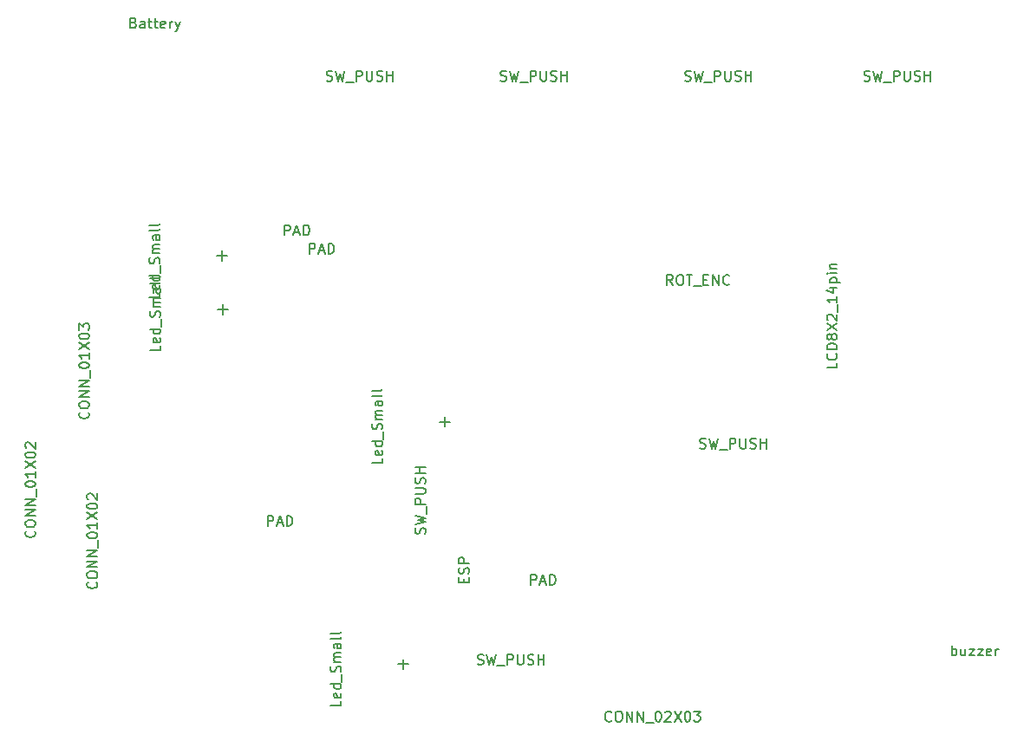
<source format=gbr>
G04 #@! TF.FileFunction,Other,Fab,Top*
%FSLAX46Y46*%
G04 Gerber Fmt 4.6, Leading zero omitted, Abs format (unit mm)*
G04 Created by KiCad (PCBNEW 4.0.4+dfsg1-stable) date Fri Mar  3 13:36:28 2017*
%MOMM*%
%LPD*%
G01*
G04 APERTURE LIST*
%ADD10C,0.100000*%
%ADD11C,0.150000*%
G04 APERTURE END LIST*
D10*
D11*
X21100000Y41200000D02*
X21100000Y42200000D01*
X20600000Y41700000D02*
X21600000Y41700000D01*
X21050000Y46400000D02*
X21050000Y47400000D01*
X20550000Y46900000D02*
X21550000Y46900000D01*
X42800000Y30200000D02*
X42800000Y31200000D01*
X42300000Y30700000D02*
X43300000Y30700000D01*
X38750000Y6500000D02*
X38750000Y7500000D01*
X38250000Y7000000D02*
X39250000Y7000000D01*
X40832762Y19746095D02*
X40880381Y19888952D01*
X40880381Y20127048D01*
X40832762Y20222286D01*
X40785143Y20269905D01*
X40689905Y20317524D01*
X40594667Y20317524D01*
X40499429Y20269905D01*
X40451810Y20222286D01*
X40404190Y20127048D01*
X40356571Y19936571D01*
X40308952Y19841333D01*
X40261333Y19793714D01*
X40166095Y19746095D01*
X40070857Y19746095D01*
X39975619Y19793714D01*
X39928000Y19841333D01*
X39880381Y19936571D01*
X39880381Y20174667D01*
X39928000Y20317524D01*
X39880381Y20650857D02*
X40880381Y20888952D01*
X40166095Y21079429D01*
X40880381Y21269905D01*
X39880381Y21508000D01*
X40975619Y21650857D02*
X40975619Y22412762D01*
X40880381Y22650857D02*
X39880381Y22650857D01*
X39880381Y23031810D01*
X39928000Y23127048D01*
X39975619Y23174667D01*
X40070857Y23222286D01*
X40213714Y23222286D01*
X40308952Y23174667D01*
X40356571Y23127048D01*
X40404190Y23031810D01*
X40404190Y22650857D01*
X39880381Y23650857D02*
X40689905Y23650857D01*
X40785143Y23698476D01*
X40832762Y23746095D01*
X40880381Y23841333D01*
X40880381Y24031810D01*
X40832762Y24127048D01*
X40785143Y24174667D01*
X40689905Y24222286D01*
X39880381Y24222286D01*
X40832762Y24650857D02*
X40880381Y24793714D01*
X40880381Y25031810D01*
X40832762Y25127048D01*
X40785143Y25174667D01*
X40689905Y25222286D01*
X40594667Y25222286D01*
X40499429Y25174667D01*
X40451810Y25127048D01*
X40404190Y25031810D01*
X40356571Y24841333D01*
X40308952Y24746095D01*
X40261333Y24698476D01*
X40166095Y24650857D01*
X40070857Y24650857D01*
X39975619Y24698476D01*
X39928000Y24746095D01*
X39880381Y24841333D01*
X39880381Y25079429D01*
X39928000Y25222286D01*
X40880381Y25650857D02*
X39880381Y25650857D01*
X40356571Y25650857D02*
X40356571Y26222286D01*
X40880381Y26222286D02*
X39880381Y26222286D01*
X12378571Y69671429D02*
X12521428Y69623810D01*
X12569047Y69576190D01*
X12616666Y69480952D01*
X12616666Y69338095D01*
X12569047Y69242857D01*
X12521428Y69195238D01*
X12426190Y69147619D01*
X12045237Y69147619D01*
X12045237Y70147619D01*
X12378571Y70147619D01*
X12473809Y70100000D01*
X12521428Y70052381D01*
X12569047Y69957143D01*
X12569047Y69861905D01*
X12521428Y69766667D01*
X12473809Y69719048D01*
X12378571Y69671429D01*
X12045237Y69671429D01*
X13473809Y69147619D02*
X13473809Y69671429D01*
X13426190Y69766667D01*
X13330952Y69814286D01*
X13140475Y69814286D01*
X13045237Y69766667D01*
X13473809Y69195238D02*
X13378571Y69147619D01*
X13140475Y69147619D01*
X13045237Y69195238D01*
X12997618Y69290476D01*
X12997618Y69385714D01*
X13045237Y69480952D01*
X13140475Y69528571D01*
X13378571Y69528571D01*
X13473809Y69576190D01*
X13807142Y69814286D02*
X14188094Y69814286D01*
X13949999Y70147619D02*
X13949999Y69290476D01*
X13997618Y69195238D01*
X14092856Y69147619D01*
X14188094Y69147619D01*
X14378571Y69814286D02*
X14759523Y69814286D01*
X14521428Y70147619D02*
X14521428Y69290476D01*
X14569047Y69195238D01*
X14664285Y69147619D01*
X14759523Y69147619D01*
X15473810Y69195238D02*
X15378572Y69147619D01*
X15188095Y69147619D01*
X15092857Y69195238D01*
X15045238Y69290476D01*
X15045238Y69671429D01*
X15092857Y69766667D01*
X15188095Y69814286D01*
X15378572Y69814286D01*
X15473810Y69766667D01*
X15521429Y69671429D01*
X15521429Y69576190D01*
X15045238Y69480952D01*
X15950000Y69147619D02*
X15950000Y69814286D01*
X15950000Y69623810D02*
X15997619Y69719048D01*
X16045238Y69766667D01*
X16140476Y69814286D01*
X16235715Y69814286D01*
X16473810Y69814286D02*
X16711905Y69147619D01*
X16950001Y69814286D02*
X16711905Y69147619D01*
X16616667Y68909524D01*
X16569048Y68861905D01*
X16473810Y68814286D01*
X14984381Y38140571D02*
X14984381Y37664380D01*
X13984381Y37664380D01*
X14936762Y38854857D02*
X14984381Y38759619D01*
X14984381Y38569142D01*
X14936762Y38473904D01*
X14841524Y38426285D01*
X14460571Y38426285D01*
X14365333Y38473904D01*
X14317714Y38569142D01*
X14317714Y38759619D01*
X14365333Y38854857D01*
X14460571Y38902476D01*
X14555810Y38902476D01*
X14651048Y38426285D01*
X14984381Y39759619D02*
X13984381Y39759619D01*
X14936762Y39759619D02*
X14984381Y39664381D01*
X14984381Y39473904D01*
X14936762Y39378666D01*
X14889143Y39331047D01*
X14793905Y39283428D01*
X14508190Y39283428D01*
X14412952Y39331047D01*
X14365333Y39378666D01*
X14317714Y39473904D01*
X14317714Y39664381D01*
X14365333Y39759619D01*
X15079619Y39997714D02*
X15079619Y40759619D01*
X14936762Y40950095D02*
X14984381Y41092952D01*
X14984381Y41331048D01*
X14936762Y41426286D01*
X14889143Y41473905D01*
X14793905Y41521524D01*
X14698667Y41521524D01*
X14603429Y41473905D01*
X14555810Y41426286D01*
X14508190Y41331048D01*
X14460571Y41140571D01*
X14412952Y41045333D01*
X14365333Y40997714D01*
X14270095Y40950095D01*
X14174857Y40950095D01*
X14079619Y40997714D01*
X14032000Y41045333D01*
X13984381Y41140571D01*
X13984381Y41378667D01*
X14032000Y41521524D01*
X14984381Y41950095D02*
X14317714Y41950095D01*
X14412952Y41950095D02*
X14365333Y41997714D01*
X14317714Y42092952D01*
X14317714Y42235810D01*
X14365333Y42331048D01*
X14460571Y42378667D01*
X14984381Y42378667D01*
X14460571Y42378667D02*
X14365333Y42426286D01*
X14317714Y42521524D01*
X14317714Y42664381D01*
X14365333Y42759619D01*
X14460571Y42807238D01*
X14984381Y42807238D01*
X14984381Y43712000D02*
X14460571Y43712000D01*
X14365333Y43664381D01*
X14317714Y43569143D01*
X14317714Y43378666D01*
X14365333Y43283428D01*
X14936762Y43712000D02*
X14984381Y43616762D01*
X14984381Y43378666D01*
X14936762Y43283428D01*
X14841524Y43235809D01*
X14746286Y43235809D01*
X14651048Y43283428D01*
X14603429Y43378666D01*
X14603429Y43616762D01*
X14555810Y43712000D01*
X14984381Y44331047D02*
X14936762Y44235809D01*
X14841524Y44188190D01*
X13984381Y44188190D01*
X14984381Y44854857D02*
X14936762Y44759619D01*
X14841524Y44712000D01*
X13984381Y44712000D01*
X14934381Y43340571D02*
X14934381Y42864380D01*
X13934381Y42864380D01*
X14886762Y44054857D02*
X14934381Y43959619D01*
X14934381Y43769142D01*
X14886762Y43673904D01*
X14791524Y43626285D01*
X14410571Y43626285D01*
X14315333Y43673904D01*
X14267714Y43769142D01*
X14267714Y43959619D01*
X14315333Y44054857D01*
X14410571Y44102476D01*
X14505810Y44102476D01*
X14601048Y43626285D01*
X14934381Y44959619D02*
X13934381Y44959619D01*
X14886762Y44959619D02*
X14934381Y44864381D01*
X14934381Y44673904D01*
X14886762Y44578666D01*
X14839143Y44531047D01*
X14743905Y44483428D01*
X14458190Y44483428D01*
X14362952Y44531047D01*
X14315333Y44578666D01*
X14267714Y44673904D01*
X14267714Y44864381D01*
X14315333Y44959619D01*
X15029619Y45197714D02*
X15029619Y45959619D01*
X14886762Y46150095D02*
X14934381Y46292952D01*
X14934381Y46531048D01*
X14886762Y46626286D01*
X14839143Y46673905D01*
X14743905Y46721524D01*
X14648667Y46721524D01*
X14553429Y46673905D01*
X14505810Y46626286D01*
X14458190Y46531048D01*
X14410571Y46340571D01*
X14362952Y46245333D01*
X14315333Y46197714D01*
X14220095Y46150095D01*
X14124857Y46150095D01*
X14029619Y46197714D01*
X13982000Y46245333D01*
X13934381Y46340571D01*
X13934381Y46578667D01*
X13982000Y46721524D01*
X14934381Y47150095D02*
X14267714Y47150095D01*
X14362952Y47150095D02*
X14315333Y47197714D01*
X14267714Y47292952D01*
X14267714Y47435810D01*
X14315333Y47531048D01*
X14410571Y47578667D01*
X14934381Y47578667D01*
X14410571Y47578667D02*
X14315333Y47626286D01*
X14267714Y47721524D01*
X14267714Y47864381D01*
X14315333Y47959619D01*
X14410571Y48007238D01*
X14934381Y48007238D01*
X14934381Y48912000D02*
X14410571Y48912000D01*
X14315333Y48864381D01*
X14267714Y48769143D01*
X14267714Y48578666D01*
X14315333Y48483428D01*
X14886762Y48912000D02*
X14934381Y48816762D01*
X14934381Y48578666D01*
X14886762Y48483428D01*
X14791524Y48435809D01*
X14696286Y48435809D01*
X14601048Y48483428D01*
X14553429Y48578666D01*
X14553429Y48816762D01*
X14505810Y48912000D01*
X14934381Y49531047D02*
X14886762Y49435809D01*
X14791524Y49388190D01*
X13934381Y49388190D01*
X14934381Y50054857D02*
X14886762Y49959619D01*
X14791524Y49912000D01*
X13934381Y49912000D01*
X36684381Y27140571D02*
X36684381Y26664380D01*
X35684381Y26664380D01*
X36636762Y27854857D02*
X36684381Y27759619D01*
X36684381Y27569142D01*
X36636762Y27473904D01*
X36541524Y27426285D01*
X36160571Y27426285D01*
X36065333Y27473904D01*
X36017714Y27569142D01*
X36017714Y27759619D01*
X36065333Y27854857D01*
X36160571Y27902476D01*
X36255810Y27902476D01*
X36351048Y27426285D01*
X36684381Y28759619D02*
X35684381Y28759619D01*
X36636762Y28759619D02*
X36684381Y28664381D01*
X36684381Y28473904D01*
X36636762Y28378666D01*
X36589143Y28331047D01*
X36493905Y28283428D01*
X36208190Y28283428D01*
X36112952Y28331047D01*
X36065333Y28378666D01*
X36017714Y28473904D01*
X36017714Y28664381D01*
X36065333Y28759619D01*
X36779619Y28997714D02*
X36779619Y29759619D01*
X36636762Y29950095D02*
X36684381Y30092952D01*
X36684381Y30331048D01*
X36636762Y30426286D01*
X36589143Y30473905D01*
X36493905Y30521524D01*
X36398667Y30521524D01*
X36303429Y30473905D01*
X36255810Y30426286D01*
X36208190Y30331048D01*
X36160571Y30140571D01*
X36112952Y30045333D01*
X36065333Y29997714D01*
X35970095Y29950095D01*
X35874857Y29950095D01*
X35779619Y29997714D01*
X35732000Y30045333D01*
X35684381Y30140571D01*
X35684381Y30378667D01*
X35732000Y30521524D01*
X36684381Y30950095D02*
X36017714Y30950095D01*
X36112952Y30950095D02*
X36065333Y30997714D01*
X36017714Y31092952D01*
X36017714Y31235810D01*
X36065333Y31331048D01*
X36160571Y31378667D01*
X36684381Y31378667D01*
X36160571Y31378667D02*
X36065333Y31426286D01*
X36017714Y31521524D01*
X36017714Y31664381D01*
X36065333Y31759619D01*
X36160571Y31807238D01*
X36684381Y31807238D01*
X36684381Y32712000D02*
X36160571Y32712000D01*
X36065333Y32664381D01*
X36017714Y32569143D01*
X36017714Y32378666D01*
X36065333Y32283428D01*
X36636762Y32712000D02*
X36684381Y32616762D01*
X36684381Y32378666D01*
X36636762Y32283428D01*
X36541524Y32235809D01*
X36446286Y32235809D01*
X36351048Y32283428D01*
X36303429Y32378666D01*
X36303429Y32616762D01*
X36255810Y32712000D01*
X36684381Y33331047D02*
X36636762Y33235809D01*
X36541524Y33188190D01*
X35684381Y33188190D01*
X36684381Y33854857D02*
X36636762Y33759619D01*
X36541524Y33712000D01*
X35684381Y33712000D01*
X81079381Y36434762D02*
X81079381Y35958571D01*
X80079381Y35958571D01*
X80984143Y37339524D02*
X81031762Y37291905D01*
X81079381Y37149048D01*
X81079381Y37053810D01*
X81031762Y36910952D01*
X80936524Y36815714D01*
X80841286Y36768095D01*
X80650810Y36720476D01*
X80507952Y36720476D01*
X80317476Y36768095D01*
X80222238Y36815714D01*
X80127000Y36910952D01*
X80079381Y37053810D01*
X80079381Y37149048D01*
X80127000Y37291905D01*
X80174619Y37339524D01*
X81079381Y37768095D02*
X80079381Y37768095D01*
X80079381Y38006190D01*
X80127000Y38149048D01*
X80222238Y38244286D01*
X80317476Y38291905D01*
X80507952Y38339524D01*
X80650810Y38339524D01*
X80841286Y38291905D01*
X80936524Y38244286D01*
X81031762Y38149048D01*
X81079381Y38006190D01*
X81079381Y37768095D01*
X80507952Y38910952D02*
X80460333Y38815714D01*
X80412714Y38768095D01*
X80317476Y38720476D01*
X80269857Y38720476D01*
X80174619Y38768095D01*
X80127000Y38815714D01*
X80079381Y38910952D01*
X80079381Y39101429D01*
X80127000Y39196667D01*
X80174619Y39244286D01*
X80269857Y39291905D01*
X80317476Y39291905D01*
X80412714Y39244286D01*
X80460333Y39196667D01*
X80507952Y39101429D01*
X80507952Y38910952D01*
X80555571Y38815714D01*
X80603190Y38768095D01*
X80698429Y38720476D01*
X80888905Y38720476D01*
X80984143Y38768095D01*
X81031762Y38815714D01*
X81079381Y38910952D01*
X81079381Y39101429D01*
X81031762Y39196667D01*
X80984143Y39244286D01*
X80888905Y39291905D01*
X80698429Y39291905D01*
X80603190Y39244286D01*
X80555571Y39196667D01*
X80507952Y39101429D01*
X80079381Y39625238D02*
X81079381Y40291905D01*
X80079381Y40291905D02*
X81079381Y39625238D01*
X80174619Y40625238D02*
X80127000Y40672857D01*
X80079381Y40768095D01*
X80079381Y41006191D01*
X80127000Y41101429D01*
X80174619Y41149048D01*
X80269857Y41196667D01*
X80365095Y41196667D01*
X80507952Y41149048D01*
X81079381Y40577619D01*
X81079381Y41196667D01*
X81174619Y41387143D02*
X81174619Y42149048D01*
X81079381Y42910953D02*
X81079381Y42339524D01*
X81079381Y42625238D02*
X80079381Y42625238D01*
X80222238Y42530000D01*
X80317476Y42434762D01*
X80365095Y42339524D01*
X80412714Y43768096D02*
X81079381Y43768096D01*
X80031762Y43530000D02*
X80746048Y43291905D01*
X80746048Y43910953D01*
X80412714Y44291905D02*
X81412714Y44291905D01*
X80460333Y44291905D02*
X80412714Y44387143D01*
X80412714Y44577620D01*
X80460333Y44672858D01*
X80507952Y44720477D01*
X80603190Y44768096D01*
X80888905Y44768096D01*
X80984143Y44720477D01*
X81031762Y44672858D01*
X81079381Y44577620D01*
X81079381Y44387143D01*
X81031762Y44291905D01*
X81079381Y45196667D02*
X80412714Y45196667D01*
X80079381Y45196667D02*
X80127000Y45149048D01*
X80174619Y45196667D01*
X80127000Y45244286D01*
X80079381Y45196667D01*
X80174619Y45196667D01*
X80412714Y45672857D02*
X81079381Y45672857D01*
X80507952Y45672857D02*
X80460333Y45720476D01*
X80412714Y45815714D01*
X80412714Y45958572D01*
X80460333Y46053810D01*
X80555571Y46101429D01*
X81079381Y46101429D01*
X92285714Y7847619D02*
X92285714Y8847619D01*
X92285714Y8466667D02*
X92380952Y8514286D01*
X92571429Y8514286D01*
X92666667Y8466667D01*
X92714286Y8419048D01*
X92761905Y8323810D01*
X92761905Y8038095D01*
X92714286Y7942857D01*
X92666667Y7895238D01*
X92571429Y7847619D01*
X92380952Y7847619D01*
X92285714Y7895238D01*
X93619048Y8514286D02*
X93619048Y7847619D01*
X93190476Y8514286D02*
X93190476Y7990476D01*
X93238095Y7895238D01*
X93333333Y7847619D01*
X93476191Y7847619D01*
X93571429Y7895238D01*
X93619048Y7942857D01*
X94000000Y8514286D02*
X94523810Y8514286D01*
X94000000Y7847619D01*
X94523810Y7847619D01*
X94809524Y8514286D02*
X95333334Y8514286D01*
X94809524Y7847619D01*
X95333334Y7847619D01*
X96095239Y7895238D02*
X96000001Y7847619D01*
X95809524Y7847619D01*
X95714286Y7895238D01*
X95666667Y7990476D01*
X95666667Y8371429D01*
X95714286Y8466667D01*
X95809524Y8514286D01*
X96000001Y8514286D01*
X96095239Y8466667D01*
X96142858Y8371429D01*
X96142858Y8276190D01*
X95666667Y8180952D01*
X96571429Y7847619D02*
X96571429Y8514286D01*
X96571429Y8323810D02*
X96619048Y8419048D01*
X96666667Y8466667D01*
X96761905Y8514286D01*
X96857144Y8514286D01*
X59051191Y1497857D02*
X59003572Y1450238D01*
X58860715Y1402619D01*
X58765477Y1402619D01*
X58622619Y1450238D01*
X58527381Y1545476D01*
X58479762Y1640714D01*
X58432143Y1831190D01*
X58432143Y1974048D01*
X58479762Y2164524D01*
X58527381Y2259762D01*
X58622619Y2355000D01*
X58765477Y2402619D01*
X58860715Y2402619D01*
X59003572Y2355000D01*
X59051191Y2307381D01*
X59670238Y2402619D02*
X59860715Y2402619D01*
X59955953Y2355000D01*
X60051191Y2259762D01*
X60098810Y2069286D01*
X60098810Y1735952D01*
X60051191Y1545476D01*
X59955953Y1450238D01*
X59860715Y1402619D01*
X59670238Y1402619D01*
X59575000Y1450238D01*
X59479762Y1545476D01*
X59432143Y1735952D01*
X59432143Y2069286D01*
X59479762Y2259762D01*
X59575000Y2355000D01*
X59670238Y2402619D01*
X60527381Y1402619D02*
X60527381Y2402619D01*
X61098810Y1402619D01*
X61098810Y2402619D01*
X61575000Y1402619D02*
X61575000Y2402619D01*
X62146429Y1402619D01*
X62146429Y2402619D01*
X62384524Y1307381D02*
X63146429Y1307381D01*
X63575000Y2402619D02*
X63670239Y2402619D01*
X63765477Y2355000D01*
X63813096Y2307381D01*
X63860715Y2212143D01*
X63908334Y2021667D01*
X63908334Y1783571D01*
X63860715Y1593095D01*
X63813096Y1497857D01*
X63765477Y1450238D01*
X63670239Y1402619D01*
X63575000Y1402619D01*
X63479762Y1450238D01*
X63432143Y1497857D01*
X63384524Y1593095D01*
X63336905Y1783571D01*
X63336905Y2021667D01*
X63384524Y2212143D01*
X63432143Y2307381D01*
X63479762Y2355000D01*
X63575000Y2402619D01*
X64289286Y2307381D02*
X64336905Y2355000D01*
X64432143Y2402619D01*
X64670239Y2402619D01*
X64765477Y2355000D01*
X64813096Y2307381D01*
X64860715Y2212143D01*
X64860715Y2116905D01*
X64813096Y1974048D01*
X64241667Y1402619D01*
X64860715Y1402619D01*
X65194048Y2402619D02*
X65860715Y1402619D01*
X65860715Y2402619D02*
X65194048Y1402619D01*
X66432143Y2402619D02*
X66527382Y2402619D01*
X66622620Y2355000D01*
X66670239Y2307381D01*
X66717858Y2212143D01*
X66765477Y2021667D01*
X66765477Y1783571D01*
X66717858Y1593095D01*
X66670239Y1497857D01*
X66622620Y1450238D01*
X66527382Y1402619D01*
X66432143Y1402619D01*
X66336905Y1450238D01*
X66289286Y1497857D01*
X66241667Y1593095D01*
X66194048Y1783571D01*
X66194048Y2021667D01*
X66241667Y2212143D01*
X66289286Y2307381D01*
X66336905Y2355000D01*
X66432143Y2402619D01*
X67098810Y2402619D02*
X67717858Y2402619D01*
X67384524Y2021667D01*
X67527382Y2021667D01*
X67622620Y1974048D01*
X67670239Y1926429D01*
X67717858Y1831190D01*
X67717858Y1593095D01*
X67670239Y1497857D01*
X67622620Y1450238D01*
X67527382Y1402619D01*
X67241667Y1402619D01*
X67146429Y1450238D01*
X67098810Y1497857D01*
X2707143Y20026191D02*
X2754762Y19978572D01*
X2802381Y19835715D01*
X2802381Y19740477D01*
X2754762Y19597619D01*
X2659524Y19502381D01*
X2564286Y19454762D01*
X2373810Y19407143D01*
X2230952Y19407143D01*
X2040476Y19454762D01*
X1945238Y19502381D01*
X1850000Y19597619D01*
X1802381Y19740477D01*
X1802381Y19835715D01*
X1850000Y19978572D01*
X1897619Y20026191D01*
X1802381Y20645238D02*
X1802381Y20835715D01*
X1850000Y20930953D01*
X1945238Y21026191D01*
X2135714Y21073810D01*
X2469048Y21073810D01*
X2659524Y21026191D01*
X2754762Y20930953D01*
X2802381Y20835715D01*
X2802381Y20645238D01*
X2754762Y20550000D01*
X2659524Y20454762D01*
X2469048Y20407143D01*
X2135714Y20407143D01*
X1945238Y20454762D01*
X1850000Y20550000D01*
X1802381Y20645238D01*
X2802381Y21502381D02*
X1802381Y21502381D01*
X2802381Y22073810D01*
X1802381Y22073810D01*
X2802381Y22550000D02*
X1802381Y22550000D01*
X2802381Y23121429D01*
X1802381Y23121429D01*
X2897619Y23359524D02*
X2897619Y24121429D01*
X1802381Y24550000D02*
X1802381Y24645239D01*
X1850000Y24740477D01*
X1897619Y24788096D01*
X1992857Y24835715D01*
X2183333Y24883334D01*
X2421429Y24883334D01*
X2611905Y24835715D01*
X2707143Y24788096D01*
X2754762Y24740477D01*
X2802381Y24645239D01*
X2802381Y24550000D01*
X2754762Y24454762D01*
X2707143Y24407143D01*
X2611905Y24359524D01*
X2421429Y24311905D01*
X2183333Y24311905D01*
X1992857Y24359524D01*
X1897619Y24407143D01*
X1850000Y24454762D01*
X1802381Y24550000D01*
X2802381Y25835715D02*
X2802381Y25264286D01*
X2802381Y25550000D02*
X1802381Y25550000D01*
X1945238Y25454762D01*
X2040476Y25359524D01*
X2088095Y25264286D01*
X1802381Y26169048D02*
X2802381Y26835715D01*
X1802381Y26835715D02*
X2802381Y26169048D01*
X1802381Y27407143D02*
X1802381Y27502382D01*
X1850000Y27597620D01*
X1897619Y27645239D01*
X1992857Y27692858D01*
X2183333Y27740477D01*
X2421429Y27740477D01*
X2611905Y27692858D01*
X2707143Y27645239D01*
X2754762Y27597620D01*
X2802381Y27502382D01*
X2802381Y27407143D01*
X2754762Y27311905D01*
X2707143Y27264286D01*
X2611905Y27216667D01*
X2421429Y27169048D01*
X2183333Y27169048D01*
X1992857Y27216667D01*
X1897619Y27264286D01*
X1850000Y27311905D01*
X1802381Y27407143D01*
X1897619Y28121429D02*
X1850000Y28169048D01*
X1802381Y28264286D01*
X1802381Y28502382D01*
X1850000Y28597620D01*
X1897619Y28645239D01*
X1992857Y28692858D01*
X2088095Y28692858D01*
X2230952Y28645239D01*
X2802381Y28073810D01*
X2802381Y28692858D01*
X8757143Y15026191D02*
X8804762Y14978572D01*
X8852381Y14835715D01*
X8852381Y14740477D01*
X8804762Y14597619D01*
X8709524Y14502381D01*
X8614286Y14454762D01*
X8423810Y14407143D01*
X8280952Y14407143D01*
X8090476Y14454762D01*
X7995238Y14502381D01*
X7900000Y14597619D01*
X7852381Y14740477D01*
X7852381Y14835715D01*
X7900000Y14978572D01*
X7947619Y15026191D01*
X7852381Y15645238D02*
X7852381Y15835715D01*
X7900000Y15930953D01*
X7995238Y16026191D01*
X8185714Y16073810D01*
X8519048Y16073810D01*
X8709524Y16026191D01*
X8804762Y15930953D01*
X8852381Y15835715D01*
X8852381Y15645238D01*
X8804762Y15550000D01*
X8709524Y15454762D01*
X8519048Y15407143D01*
X8185714Y15407143D01*
X7995238Y15454762D01*
X7900000Y15550000D01*
X7852381Y15645238D01*
X8852381Y16502381D02*
X7852381Y16502381D01*
X8852381Y17073810D01*
X7852381Y17073810D01*
X8852381Y17550000D02*
X7852381Y17550000D01*
X8852381Y18121429D01*
X7852381Y18121429D01*
X8947619Y18359524D02*
X8947619Y19121429D01*
X7852381Y19550000D02*
X7852381Y19645239D01*
X7900000Y19740477D01*
X7947619Y19788096D01*
X8042857Y19835715D01*
X8233333Y19883334D01*
X8471429Y19883334D01*
X8661905Y19835715D01*
X8757143Y19788096D01*
X8804762Y19740477D01*
X8852381Y19645239D01*
X8852381Y19550000D01*
X8804762Y19454762D01*
X8757143Y19407143D01*
X8661905Y19359524D01*
X8471429Y19311905D01*
X8233333Y19311905D01*
X8042857Y19359524D01*
X7947619Y19407143D01*
X7900000Y19454762D01*
X7852381Y19550000D01*
X8852381Y20835715D02*
X8852381Y20264286D01*
X8852381Y20550000D02*
X7852381Y20550000D01*
X7995238Y20454762D01*
X8090476Y20359524D01*
X8138095Y20264286D01*
X7852381Y21169048D02*
X8852381Y21835715D01*
X7852381Y21835715D02*
X8852381Y21169048D01*
X7852381Y22407143D02*
X7852381Y22502382D01*
X7900000Y22597620D01*
X7947619Y22645239D01*
X8042857Y22692858D01*
X8233333Y22740477D01*
X8471429Y22740477D01*
X8661905Y22692858D01*
X8757143Y22645239D01*
X8804762Y22597620D01*
X8852381Y22502382D01*
X8852381Y22407143D01*
X8804762Y22311905D01*
X8757143Y22264286D01*
X8661905Y22216667D01*
X8471429Y22169048D01*
X8233333Y22169048D01*
X8042857Y22216667D01*
X7947619Y22264286D01*
X7900000Y22311905D01*
X7852381Y22407143D01*
X7947619Y23121429D02*
X7900000Y23169048D01*
X7852381Y23264286D01*
X7852381Y23502382D01*
X7900000Y23597620D01*
X7947619Y23645239D01*
X8042857Y23692858D01*
X8138095Y23692858D01*
X8280952Y23645239D01*
X8852381Y23073810D01*
X8852381Y23692858D01*
X65047619Y44047619D02*
X64714285Y44523810D01*
X64476190Y44047619D02*
X64476190Y45047619D01*
X64857143Y45047619D01*
X64952381Y45000000D01*
X65000000Y44952381D01*
X65047619Y44857143D01*
X65047619Y44714286D01*
X65000000Y44619048D01*
X64952381Y44571429D01*
X64857143Y44523810D01*
X64476190Y44523810D01*
X65666666Y45047619D02*
X65857143Y45047619D01*
X65952381Y45000000D01*
X66047619Y44904762D01*
X66095238Y44714286D01*
X66095238Y44380952D01*
X66047619Y44190476D01*
X65952381Y44095238D01*
X65857143Y44047619D01*
X65666666Y44047619D01*
X65571428Y44095238D01*
X65476190Y44190476D01*
X65428571Y44380952D01*
X65428571Y44714286D01*
X65476190Y44904762D01*
X65571428Y45000000D01*
X65666666Y45047619D01*
X66380952Y45047619D02*
X66952381Y45047619D01*
X66666666Y44047619D02*
X66666666Y45047619D01*
X67047619Y43952381D02*
X67809524Y43952381D01*
X68047619Y44571429D02*
X68380953Y44571429D01*
X68523810Y44047619D02*
X68047619Y44047619D01*
X68047619Y45047619D01*
X68523810Y45047619D01*
X68952381Y44047619D02*
X68952381Y45047619D01*
X69523810Y44047619D01*
X69523810Y45047619D01*
X70571429Y44142857D02*
X70523810Y44095238D01*
X70380953Y44047619D01*
X70285715Y44047619D01*
X70142857Y44095238D01*
X70047619Y44190476D01*
X70000000Y44285714D01*
X69952381Y44476190D01*
X69952381Y44619048D01*
X70000000Y44809524D01*
X70047619Y44904762D01*
X70142857Y45000000D01*
X70285715Y45047619D01*
X70380953Y45047619D01*
X70523810Y45000000D01*
X70571429Y44952381D01*
X44628571Y15009524D02*
X44628571Y15342858D01*
X45152381Y15485715D02*
X45152381Y15009524D01*
X44152381Y15009524D01*
X44152381Y15485715D01*
X45104762Y15866667D02*
X45152381Y16009524D01*
X45152381Y16247620D01*
X45104762Y16342858D01*
X45057143Y16390477D01*
X44961905Y16438096D01*
X44866667Y16438096D01*
X44771429Y16390477D01*
X44723810Y16342858D01*
X44676190Y16247620D01*
X44628571Y16057143D01*
X44580952Y15961905D01*
X44533333Y15914286D01*
X44438095Y15866667D01*
X44342857Y15866667D01*
X44247619Y15914286D01*
X44200000Y15961905D01*
X44152381Y16057143D01*
X44152381Y16295239D01*
X44200000Y16438096D01*
X45152381Y16866667D02*
X44152381Y16866667D01*
X44152381Y17247620D01*
X44200000Y17342858D01*
X44247619Y17390477D01*
X44342857Y17438096D01*
X44485714Y17438096D01*
X44580952Y17390477D01*
X44628571Y17342858D01*
X44676190Y17247620D01*
X44676190Y16866667D01*
X51186524Y14765619D02*
X51186524Y15765619D01*
X51567477Y15765619D01*
X51662715Y15718000D01*
X51710334Y15670381D01*
X51757953Y15575143D01*
X51757953Y15432286D01*
X51710334Y15337048D01*
X51662715Y15289429D01*
X51567477Y15241810D01*
X51186524Y15241810D01*
X52138905Y15051333D02*
X52615096Y15051333D01*
X52043667Y14765619D02*
X52377000Y15765619D01*
X52710334Y14765619D01*
X53043667Y14765619D02*
X53043667Y15765619D01*
X53281762Y15765619D01*
X53424620Y15718000D01*
X53519858Y15622762D01*
X53567477Y15527524D01*
X53615096Y15337048D01*
X53615096Y15194190D01*
X53567477Y15003714D01*
X53519858Y14908476D01*
X53424620Y14813238D01*
X53281762Y14765619D01*
X53043667Y14765619D01*
X25486524Y20515619D02*
X25486524Y21515619D01*
X25867477Y21515619D01*
X25962715Y21468000D01*
X26010334Y21420381D01*
X26057953Y21325143D01*
X26057953Y21182286D01*
X26010334Y21087048D01*
X25962715Y21039429D01*
X25867477Y20991810D01*
X25486524Y20991810D01*
X26438905Y20801333D02*
X26915096Y20801333D01*
X26343667Y20515619D02*
X26677000Y21515619D01*
X27010334Y20515619D01*
X27343667Y20515619D02*
X27343667Y21515619D01*
X27581762Y21515619D01*
X27724620Y21468000D01*
X27819858Y21372762D01*
X27867477Y21277524D01*
X27915096Y21087048D01*
X27915096Y20944190D01*
X27867477Y20753714D01*
X27819858Y20658476D01*
X27724620Y20563238D01*
X27581762Y20515619D01*
X27343667Y20515619D01*
X32634381Y3440571D02*
X32634381Y2964380D01*
X31634381Y2964380D01*
X32586762Y4154857D02*
X32634381Y4059619D01*
X32634381Y3869142D01*
X32586762Y3773904D01*
X32491524Y3726285D01*
X32110571Y3726285D01*
X32015333Y3773904D01*
X31967714Y3869142D01*
X31967714Y4059619D01*
X32015333Y4154857D01*
X32110571Y4202476D01*
X32205810Y4202476D01*
X32301048Y3726285D01*
X32634381Y5059619D02*
X31634381Y5059619D01*
X32586762Y5059619D02*
X32634381Y4964381D01*
X32634381Y4773904D01*
X32586762Y4678666D01*
X32539143Y4631047D01*
X32443905Y4583428D01*
X32158190Y4583428D01*
X32062952Y4631047D01*
X32015333Y4678666D01*
X31967714Y4773904D01*
X31967714Y4964381D01*
X32015333Y5059619D01*
X32729619Y5297714D02*
X32729619Y6059619D01*
X32586762Y6250095D02*
X32634381Y6392952D01*
X32634381Y6631048D01*
X32586762Y6726286D01*
X32539143Y6773905D01*
X32443905Y6821524D01*
X32348667Y6821524D01*
X32253429Y6773905D01*
X32205810Y6726286D01*
X32158190Y6631048D01*
X32110571Y6440571D01*
X32062952Y6345333D01*
X32015333Y6297714D01*
X31920095Y6250095D01*
X31824857Y6250095D01*
X31729619Y6297714D01*
X31682000Y6345333D01*
X31634381Y6440571D01*
X31634381Y6678667D01*
X31682000Y6821524D01*
X32634381Y7250095D02*
X31967714Y7250095D01*
X32062952Y7250095D02*
X32015333Y7297714D01*
X31967714Y7392952D01*
X31967714Y7535810D01*
X32015333Y7631048D01*
X32110571Y7678667D01*
X32634381Y7678667D01*
X32110571Y7678667D02*
X32015333Y7726286D01*
X31967714Y7821524D01*
X31967714Y7964381D01*
X32015333Y8059619D01*
X32110571Y8107238D01*
X32634381Y8107238D01*
X32634381Y9012000D02*
X32110571Y9012000D01*
X32015333Y8964381D01*
X31967714Y8869143D01*
X31967714Y8678666D01*
X32015333Y8583428D01*
X32586762Y9012000D02*
X32634381Y8916762D01*
X32634381Y8678666D01*
X32586762Y8583428D01*
X32491524Y8535809D01*
X32396286Y8535809D01*
X32301048Y8583428D01*
X32253429Y8678666D01*
X32253429Y8916762D01*
X32205810Y9012000D01*
X32634381Y9631047D02*
X32586762Y9535809D01*
X32491524Y9488190D01*
X31634381Y9488190D01*
X32634381Y10154857D02*
X32586762Y10059619D01*
X32491524Y10012000D01*
X31634381Y10012000D01*
X7957143Y31626191D02*
X8004762Y31578572D01*
X8052381Y31435715D01*
X8052381Y31340477D01*
X8004762Y31197619D01*
X7909524Y31102381D01*
X7814286Y31054762D01*
X7623810Y31007143D01*
X7480952Y31007143D01*
X7290476Y31054762D01*
X7195238Y31102381D01*
X7100000Y31197619D01*
X7052381Y31340477D01*
X7052381Y31435715D01*
X7100000Y31578572D01*
X7147619Y31626191D01*
X7052381Y32245238D02*
X7052381Y32435715D01*
X7100000Y32530953D01*
X7195238Y32626191D01*
X7385714Y32673810D01*
X7719048Y32673810D01*
X7909524Y32626191D01*
X8004762Y32530953D01*
X8052381Y32435715D01*
X8052381Y32245238D01*
X8004762Y32150000D01*
X7909524Y32054762D01*
X7719048Y32007143D01*
X7385714Y32007143D01*
X7195238Y32054762D01*
X7100000Y32150000D01*
X7052381Y32245238D01*
X8052381Y33102381D02*
X7052381Y33102381D01*
X8052381Y33673810D01*
X7052381Y33673810D01*
X8052381Y34150000D02*
X7052381Y34150000D01*
X8052381Y34721429D01*
X7052381Y34721429D01*
X8147619Y34959524D02*
X8147619Y35721429D01*
X7052381Y36150000D02*
X7052381Y36245239D01*
X7100000Y36340477D01*
X7147619Y36388096D01*
X7242857Y36435715D01*
X7433333Y36483334D01*
X7671429Y36483334D01*
X7861905Y36435715D01*
X7957143Y36388096D01*
X8004762Y36340477D01*
X8052381Y36245239D01*
X8052381Y36150000D01*
X8004762Y36054762D01*
X7957143Y36007143D01*
X7861905Y35959524D01*
X7671429Y35911905D01*
X7433333Y35911905D01*
X7242857Y35959524D01*
X7147619Y36007143D01*
X7100000Y36054762D01*
X7052381Y36150000D01*
X8052381Y37435715D02*
X8052381Y36864286D01*
X8052381Y37150000D02*
X7052381Y37150000D01*
X7195238Y37054762D01*
X7290476Y36959524D01*
X7338095Y36864286D01*
X7052381Y37769048D02*
X8052381Y38435715D01*
X7052381Y38435715D02*
X8052381Y37769048D01*
X7052381Y39007143D02*
X7052381Y39102382D01*
X7100000Y39197620D01*
X7147619Y39245239D01*
X7242857Y39292858D01*
X7433333Y39340477D01*
X7671429Y39340477D01*
X7861905Y39292858D01*
X7957143Y39245239D01*
X8004762Y39197620D01*
X8052381Y39102382D01*
X8052381Y39007143D01*
X8004762Y38911905D01*
X7957143Y38864286D01*
X7861905Y38816667D01*
X7671429Y38769048D01*
X7433333Y38769048D01*
X7242857Y38816667D01*
X7147619Y38864286D01*
X7100000Y38911905D01*
X7052381Y39007143D01*
X7052381Y39673810D02*
X7052381Y40292858D01*
X7433333Y39959524D01*
X7433333Y40102382D01*
X7480952Y40197620D01*
X7528571Y40245239D01*
X7623810Y40292858D01*
X7861905Y40292858D01*
X7957143Y40245239D01*
X8004762Y40197620D01*
X8052381Y40102382D01*
X8052381Y39816667D01*
X8004762Y39721429D01*
X7957143Y39673810D01*
X83730095Y64023238D02*
X83872952Y63975619D01*
X84111048Y63975619D01*
X84206286Y64023238D01*
X84253905Y64070857D01*
X84301524Y64166095D01*
X84301524Y64261333D01*
X84253905Y64356571D01*
X84206286Y64404190D01*
X84111048Y64451810D01*
X83920571Y64499429D01*
X83825333Y64547048D01*
X83777714Y64594667D01*
X83730095Y64689905D01*
X83730095Y64785143D01*
X83777714Y64880381D01*
X83825333Y64928000D01*
X83920571Y64975619D01*
X84158667Y64975619D01*
X84301524Y64928000D01*
X84634857Y64975619D02*
X84872952Y63975619D01*
X85063429Y64689905D01*
X85253905Y63975619D01*
X85492000Y64975619D01*
X85634857Y63880381D02*
X86396762Y63880381D01*
X86634857Y63975619D02*
X86634857Y64975619D01*
X87015810Y64975619D01*
X87111048Y64928000D01*
X87158667Y64880381D01*
X87206286Y64785143D01*
X87206286Y64642286D01*
X87158667Y64547048D01*
X87111048Y64499429D01*
X87015810Y64451810D01*
X86634857Y64451810D01*
X87634857Y64975619D02*
X87634857Y64166095D01*
X87682476Y64070857D01*
X87730095Y64023238D01*
X87825333Y63975619D01*
X88015810Y63975619D01*
X88111048Y64023238D01*
X88158667Y64070857D01*
X88206286Y64166095D01*
X88206286Y64975619D01*
X88634857Y64023238D02*
X88777714Y63975619D01*
X89015810Y63975619D01*
X89111048Y64023238D01*
X89158667Y64070857D01*
X89206286Y64166095D01*
X89206286Y64261333D01*
X89158667Y64356571D01*
X89111048Y64404190D01*
X89015810Y64451810D01*
X88825333Y64499429D01*
X88730095Y64547048D01*
X88682476Y64594667D01*
X88634857Y64689905D01*
X88634857Y64785143D01*
X88682476Y64880381D01*
X88730095Y64928000D01*
X88825333Y64975619D01*
X89063429Y64975619D01*
X89206286Y64928000D01*
X89634857Y63975619D02*
X89634857Y64975619D01*
X89634857Y64499429D02*
X90206286Y64499429D01*
X90206286Y63975619D02*
X90206286Y64975619D01*
X66230095Y64023238D02*
X66372952Y63975619D01*
X66611048Y63975619D01*
X66706286Y64023238D01*
X66753905Y64070857D01*
X66801524Y64166095D01*
X66801524Y64261333D01*
X66753905Y64356571D01*
X66706286Y64404190D01*
X66611048Y64451810D01*
X66420571Y64499429D01*
X66325333Y64547048D01*
X66277714Y64594667D01*
X66230095Y64689905D01*
X66230095Y64785143D01*
X66277714Y64880381D01*
X66325333Y64928000D01*
X66420571Y64975619D01*
X66658667Y64975619D01*
X66801524Y64928000D01*
X67134857Y64975619D02*
X67372952Y63975619D01*
X67563429Y64689905D01*
X67753905Y63975619D01*
X67992000Y64975619D01*
X68134857Y63880381D02*
X68896762Y63880381D01*
X69134857Y63975619D02*
X69134857Y64975619D01*
X69515810Y64975619D01*
X69611048Y64928000D01*
X69658667Y64880381D01*
X69706286Y64785143D01*
X69706286Y64642286D01*
X69658667Y64547048D01*
X69611048Y64499429D01*
X69515810Y64451810D01*
X69134857Y64451810D01*
X70134857Y64975619D02*
X70134857Y64166095D01*
X70182476Y64070857D01*
X70230095Y64023238D01*
X70325333Y63975619D01*
X70515810Y63975619D01*
X70611048Y64023238D01*
X70658667Y64070857D01*
X70706286Y64166095D01*
X70706286Y64975619D01*
X71134857Y64023238D02*
X71277714Y63975619D01*
X71515810Y63975619D01*
X71611048Y64023238D01*
X71658667Y64070857D01*
X71706286Y64166095D01*
X71706286Y64261333D01*
X71658667Y64356571D01*
X71611048Y64404190D01*
X71515810Y64451810D01*
X71325333Y64499429D01*
X71230095Y64547048D01*
X71182476Y64594667D01*
X71134857Y64689905D01*
X71134857Y64785143D01*
X71182476Y64880381D01*
X71230095Y64928000D01*
X71325333Y64975619D01*
X71563429Y64975619D01*
X71706286Y64928000D01*
X72134857Y63975619D02*
X72134857Y64975619D01*
X72134857Y64499429D02*
X72706286Y64499429D01*
X72706286Y63975619D02*
X72706286Y64975619D01*
X48230095Y64023238D02*
X48372952Y63975619D01*
X48611048Y63975619D01*
X48706286Y64023238D01*
X48753905Y64070857D01*
X48801524Y64166095D01*
X48801524Y64261333D01*
X48753905Y64356571D01*
X48706286Y64404190D01*
X48611048Y64451810D01*
X48420571Y64499429D01*
X48325333Y64547048D01*
X48277714Y64594667D01*
X48230095Y64689905D01*
X48230095Y64785143D01*
X48277714Y64880381D01*
X48325333Y64928000D01*
X48420571Y64975619D01*
X48658667Y64975619D01*
X48801524Y64928000D01*
X49134857Y64975619D02*
X49372952Y63975619D01*
X49563429Y64689905D01*
X49753905Y63975619D01*
X49992000Y64975619D01*
X50134857Y63880381D02*
X50896762Y63880381D01*
X51134857Y63975619D02*
X51134857Y64975619D01*
X51515810Y64975619D01*
X51611048Y64928000D01*
X51658667Y64880381D01*
X51706286Y64785143D01*
X51706286Y64642286D01*
X51658667Y64547048D01*
X51611048Y64499429D01*
X51515810Y64451810D01*
X51134857Y64451810D01*
X52134857Y64975619D02*
X52134857Y64166095D01*
X52182476Y64070857D01*
X52230095Y64023238D01*
X52325333Y63975619D01*
X52515810Y63975619D01*
X52611048Y64023238D01*
X52658667Y64070857D01*
X52706286Y64166095D01*
X52706286Y64975619D01*
X53134857Y64023238D02*
X53277714Y63975619D01*
X53515810Y63975619D01*
X53611048Y64023238D01*
X53658667Y64070857D01*
X53706286Y64166095D01*
X53706286Y64261333D01*
X53658667Y64356571D01*
X53611048Y64404190D01*
X53515810Y64451810D01*
X53325333Y64499429D01*
X53230095Y64547048D01*
X53182476Y64594667D01*
X53134857Y64689905D01*
X53134857Y64785143D01*
X53182476Y64880381D01*
X53230095Y64928000D01*
X53325333Y64975619D01*
X53563429Y64975619D01*
X53706286Y64928000D01*
X54134857Y63975619D02*
X54134857Y64975619D01*
X54134857Y64499429D02*
X54706286Y64499429D01*
X54706286Y63975619D02*
X54706286Y64975619D01*
X31230095Y64023238D02*
X31372952Y63975619D01*
X31611048Y63975619D01*
X31706286Y64023238D01*
X31753905Y64070857D01*
X31801524Y64166095D01*
X31801524Y64261333D01*
X31753905Y64356571D01*
X31706286Y64404190D01*
X31611048Y64451810D01*
X31420571Y64499429D01*
X31325333Y64547048D01*
X31277714Y64594667D01*
X31230095Y64689905D01*
X31230095Y64785143D01*
X31277714Y64880381D01*
X31325333Y64928000D01*
X31420571Y64975619D01*
X31658667Y64975619D01*
X31801524Y64928000D01*
X32134857Y64975619D02*
X32372952Y63975619D01*
X32563429Y64689905D01*
X32753905Y63975619D01*
X32992000Y64975619D01*
X33134857Y63880381D02*
X33896762Y63880381D01*
X34134857Y63975619D02*
X34134857Y64975619D01*
X34515810Y64975619D01*
X34611048Y64928000D01*
X34658667Y64880381D01*
X34706286Y64785143D01*
X34706286Y64642286D01*
X34658667Y64547048D01*
X34611048Y64499429D01*
X34515810Y64451810D01*
X34134857Y64451810D01*
X35134857Y64975619D02*
X35134857Y64166095D01*
X35182476Y64070857D01*
X35230095Y64023238D01*
X35325333Y63975619D01*
X35515810Y63975619D01*
X35611048Y64023238D01*
X35658667Y64070857D01*
X35706286Y64166095D01*
X35706286Y64975619D01*
X36134857Y64023238D02*
X36277714Y63975619D01*
X36515810Y63975619D01*
X36611048Y64023238D01*
X36658667Y64070857D01*
X36706286Y64166095D01*
X36706286Y64261333D01*
X36658667Y64356571D01*
X36611048Y64404190D01*
X36515810Y64451810D01*
X36325333Y64499429D01*
X36230095Y64547048D01*
X36182476Y64594667D01*
X36134857Y64689905D01*
X36134857Y64785143D01*
X36182476Y64880381D01*
X36230095Y64928000D01*
X36325333Y64975619D01*
X36563429Y64975619D01*
X36706286Y64928000D01*
X37134857Y63975619D02*
X37134857Y64975619D01*
X37134857Y64499429D02*
X37706286Y64499429D01*
X37706286Y63975619D02*
X37706286Y64975619D01*
X67696095Y28117238D02*
X67838952Y28069619D01*
X68077048Y28069619D01*
X68172286Y28117238D01*
X68219905Y28164857D01*
X68267524Y28260095D01*
X68267524Y28355333D01*
X68219905Y28450571D01*
X68172286Y28498190D01*
X68077048Y28545810D01*
X67886571Y28593429D01*
X67791333Y28641048D01*
X67743714Y28688667D01*
X67696095Y28783905D01*
X67696095Y28879143D01*
X67743714Y28974381D01*
X67791333Y29022000D01*
X67886571Y29069619D01*
X68124667Y29069619D01*
X68267524Y29022000D01*
X68600857Y29069619D02*
X68838952Y28069619D01*
X69029429Y28783905D01*
X69219905Y28069619D01*
X69458000Y29069619D01*
X69600857Y27974381D02*
X70362762Y27974381D01*
X70600857Y28069619D02*
X70600857Y29069619D01*
X70981810Y29069619D01*
X71077048Y29022000D01*
X71124667Y28974381D01*
X71172286Y28879143D01*
X71172286Y28736286D01*
X71124667Y28641048D01*
X71077048Y28593429D01*
X70981810Y28545810D01*
X70600857Y28545810D01*
X71600857Y29069619D02*
X71600857Y28260095D01*
X71648476Y28164857D01*
X71696095Y28117238D01*
X71791333Y28069619D01*
X71981810Y28069619D01*
X72077048Y28117238D01*
X72124667Y28164857D01*
X72172286Y28260095D01*
X72172286Y29069619D01*
X72600857Y28117238D02*
X72743714Y28069619D01*
X72981810Y28069619D01*
X73077048Y28117238D01*
X73124667Y28164857D01*
X73172286Y28260095D01*
X73172286Y28355333D01*
X73124667Y28450571D01*
X73077048Y28498190D01*
X72981810Y28545810D01*
X72791333Y28593429D01*
X72696095Y28641048D01*
X72648476Y28688667D01*
X72600857Y28783905D01*
X72600857Y28879143D01*
X72648476Y28974381D01*
X72696095Y29022000D01*
X72791333Y29069619D01*
X73029429Y29069619D01*
X73172286Y29022000D01*
X73600857Y28069619D02*
X73600857Y29069619D01*
X73600857Y28593429D02*
X74172286Y28593429D01*
X74172286Y28069619D02*
X74172286Y29069619D01*
X45980095Y7023238D02*
X46122952Y6975619D01*
X46361048Y6975619D01*
X46456286Y7023238D01*
X46503905Y7070857D01*
X46551524Y7166095D01*
X46551524Y7261333D01*
X46503905Y7356571D01*
X46456286Y7404190D01*
X46361048Y7451810D01*
X46170571Y7499429D01*
X46075333Y7547048D01*
X46027714Y7594667D01*
X45980095Y7689905D01*
X45980095Y7785143D01*
X46027714Y7880381D01*
X46075333Y7928000D01*
X46170571Y7975619D01*
X46408667Y7975619D01*
X46551524Y7928000D01*
X46884857Y7975619D02*
X47122952Y6975619D01*
X47313429Y7689905D01*
X47503905Y6975619D01*
X47742000Y7975619D01*
X47884857Y6880381D02*
X48646762Y6880381D01*
X48884857Y6975619D02*
X48884857Y7975619D01*
X49265810Y7975619D01*
X49361048Y7928000D01*
X49408667Y7880381D01*
X49456286Y7785143D01*
X49456286Y7642286D01*
X49408667Y7547048D01*
X49361048Y7499429D01*
X49265810Y7451810D01*
X48884857Y7451810D01*
X49884857Y7975619D02*
X49884857Y7166095D01*
X49932476Y7070857D01*
X49980095Y7023238D01*
X50075333Y6975619D01*
X50265810Y6975619D01*
X50361048Y7023238D01*
X50408667Y7070857D01*
X50456286Y7166095D01*
X50456286Y7975619D01*
X50884857Y7023238D02*
X51027714Y6975619D01*
X51265810Y6975619D01*
X51361048Y7023238D01*
X51408667Y7070857D01*
X51456286Y7166095D01*
X51456286Y7261333D01*
X51408667Y7356571D01*
X51361048Y7404190D01*
X51265810Y7451810D01*
X51075333Y7499429D01*
X50980095Y7547048D01*
X50932476Y7594667D01*
X50884857Y7689905D01*
X50884857Y7785143D01*
X50932476Y7880381D01*
X50980095Y7928000D01*
X51075333Y7975619D01*
X51313429Y7975619D01*
X51456286Y7928000D01*
X51884857Y6975619D02*
X51884857Y7975619D01*
X51884857Y7499429D02*
X52456286Y7499429D01*
X52456286Y6975619D02*
X52456286Y7975619D01*
X27136524Y48915619D02*
X27136524Y49915619D01*
X27517477Y49915619D01*
X27612715Y49868000D01*
X27660334Y49820381D01*
X27707953Y49725143D01*
X27707953Y49582286D01*
X27660334Y49487048D01*
X27612715Y49439429D01*
X27517477Y49391810D01*
X27136524Y49391810D01*
X28088905Y49201333D02*
X28565096Y49201333D01*
X27993667Y48915619D02*
X28327000Y49915619D01*
X28660334Y48915619D01*
X28993667Y48915619D02*
X28993667Y49915619D01*
X29231762Y49915619D01*
X29374620Y49868000D01*
X29469858Y49772762D01*
X29517477Y49677524D01*
X29565096Y49487048D01*
X29565096Y49344190D01*
X29517477Y49153714D01*
X29469858Y49058476D01*
X29374620Y48963238D01*
X29231762Y48915619D01*
X28993667Y48915619D01*
X29536524Y47115619D02*
X29536524Y48115619D01*
X29917477Y48115619D01*
X30012715Y48068000D01*
X30060334Y48020381D01*
X30107953Y47925143D01*
X30107953Y47782286D01*
X30060334Y47687048D01*
X30012715Y47639429D01*
X29917477Y47591810D01*
X29536524Y47591810D01*
X30488905Y47401333D02*
X30965096Y47401333D01*
X30393667Y47115619D02*
X30727000Y48115619D01*
X31060334Y47115619D01*
X31393667Y47115619D02*
X31393667Y48115619D01*
X31631762Y48115619D01*
X31774620Y48068000D01*
X31869858Y47972762D01*
X31917477Y47877524D01*
X31965096Y47687048D01*
X31965096Y47544190D01*
X31917477Y47353714D01*
X31869858Y47258476D01*
X31774620Y47163238D01*
X31631762Y47115619D01*
X31393667Y47115619D01*
M02*

</source>
